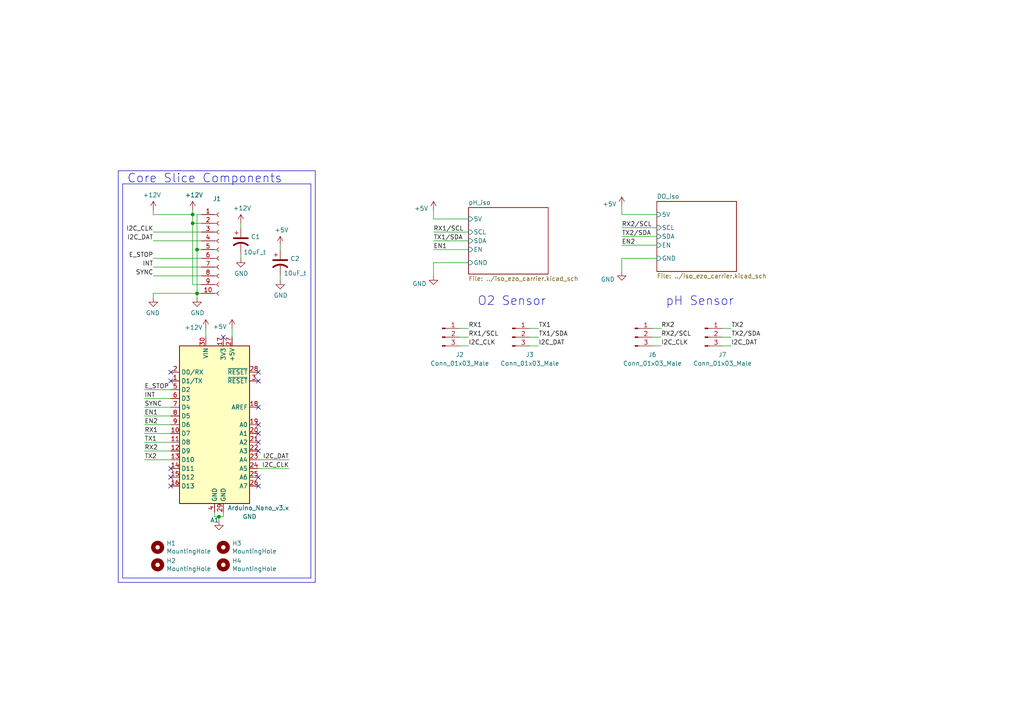
<source format=kicad_sch>
(kicad_sch (version 20231120) (generator "eeschema") (generator_version "8.0")
  (paper "A4")
  (lib_symbols
    (symbol "BREAD_Slice-rescue:10uF_t-OCI_UPL_2_Capacitors" (pin_numbers hide) (pin_names (offset 0.254) hide)
      (property "Reference" "C" (at 0.635 2.54 0))
      (property "Value" "10uF_t-OCI_UPL_2_Capacitors" (at 0.635 -2.54 0))
      (symbol "10uF_t-OCI_UPL_2_Capacitors_0_1"
        (polyline (pts (xy -2.032 0.762) (xy 2.032 0.762)) (stroke (width 0.508)))
        (polyline (pts (xy -1.778 2.286) (xy -0.762 2.286)))
        (polyline (pts (xy -1.27 1.778) (xy -1.27 2.794)))
        (arc (start 2.032 -1.27) (mid 0 -0.5572) (end -2.032 -1.27) (stroke (width 0.508)))
      )
      (symbol "10uF_t-OCI_UPL_2_Capacitors_1_1"
        (pin passive line (at 0 3.81 270) (length 2.794) (name "~") (number "1"))
        (pin passive line (at 0 -3.81 90) (length 3.302) (name "~") (number "2"))
      )
    )
    (symbol "Connector:Conn_01x03_Male" (pin_names (offset 1.016) hide)
      (property "Reference" "J" (at 0 5.08 0))
      (property "Value" "Conn_01x03_Male" (at 0 -5.08 0))
      (symbol "Conn_01x03_Male_1_1"
        (polyline (pts (xy 1.27 -2.54) (xy 0.8636 -2.54)) (stroke (width 0.1524)))
        (polyline (pts (xy 1.27 0) (xy 0.8636 0)) (stroke (width 0.1524)))
        (polyline (pts (xy 1.27 2.54) (xy 0.8636 2.54)) (stroke (width 0.1524)))
        (rectangle (start 0.8636 -2.413) (end 0 -2.667) (stroke (width 0.1524)) (fill (type outline)))
        (rectangle (start 0.8636 0.127) (end 0 -0.127) (stroke (width 0.1524)) (fill (type outline)))
        (rectangle (start 0.8636 2.667) (end 0 2.413) (stroke (width 0.1524)) (fill (type outline)))
        (pin passive line (at 5.08 2.54 180) (length 3.81) (name "Pin_1") (number "1"))
        (pin passive line (at 5.08 0 180) (length 3.81) (name "Pin_2") (number "2"))
        (pin passive line (at 5.08 -2.54 180) (length 3.81) (name "Pin_3") (number "3"))
      )
    )
    (symbol "Connector:Conn_01x10_Female" (pin_names (offset 1.016) hide)
      (property "Reference" "J" (at 0 12.7 0))
      (property "Value" "Conn_01x10_Female" (at 0 -15.24 0))
      (symbol "Conn_01x10_Female_1_1"
        (arc (start 0 -12.192) (mid -0.5058 -12.7) (end 0 -13.208) (stroke (width 0.1524)))
        (arc (start 0 -9.652) (mid -0.5058 -10.16) (end 0 -10.668) (stroke (width 0.1524)))
        (arc (start 0 -7.112) (mid -0.5058 -7.62) (end 0 -8.128) (stroke (width 0.1524)))
        (arc (start 0 -4.572) (mid -0.5058 -5.08) (end 0 -5.588) (stroke (width 0.1524)))
        (arc (start 0 -2.032) (mid -0.5058 -2.54) (end 0 -3.048) (stroke (width 0.1524)))
        (polyline (pts (xy -1.27 -12.7) (xy -0.508 -12.7)) (stroke (width 0.1524)))
        (polyline (pts (xy -1.27 -10.16) (xy -0.508 -10.16)) (stroke (width 0.1524)))
        (polyline (pts (xy -1.27 -7.62) (xy -0.508 -7.62)) (stroke (width 0.1524)))
        (polyline (pts (xy -1.27 -5.08) (xy -0.508 -5.08)) (stroke (width 0.1524)))
        (polyline (pts (xy -1.27 -2.54) (xy -0.508 -2.54)) (stroke (width 0.1524)))
        (polyline (pts (xy -1.27 0) (xy -0.508 0)) (stroke (width 0.1524)))
        (polyline (pts (xy -1.27 2.54) (xy -0.508 2.54)) (stroke (width 0.1524)))
        (polyline (pts (xy -1.27 5.08) (xy -0.508 5.08)) (stroke (width 0.1524)))
        (polyline (pts (xy -1.27 7.62) (xy -0.508 7.62)) (stroke (width 0.1524)))
        (polyline (pts (xy -1.27 10.16) (xy -0.508 10.16)) (stroke (width 0.1524)))
        (arc (start 0 0.508) (mid -0.5058 0) (end 0 -0.508) (stroke (width 0.1524)))
        (arc (start 0 3.048) (mid -0.5058 2.54) (end 0 2.032) (stroke (width 0.1524)))
        (arc (start 0 5.588) (mid -0.5058 5.08) (end 0 4.572) (stroke (width 0.1524)))
        (arc (start 0 8.128) (mid -0.5058 7.62) (end 0 7.112) (stroke (width 0.1524)))
        (arc (start 0 10.668) (mid -0.5058 10.16) (end 0 9.652) (stroke (width 0.1524)))
        (pin passive line (at -5.08 10.16 0) (length 3.81) (name "Pin_1") (number "1"))
        (pin passive line (at -5.08 -12.7 0) (length 3.81) (name "Pin_10") (number "10"))
        (pin passive line (at -5.08 7.62 0) (length 3.81) (name "Pin_2") (number "2"))
        (pin passive line (at -5.08 5.08 0) (length 3.81) (name "Pin_3") (number "3"))
        (pin passive line (at -5.08 2.54 0) (length 3.81) (name "Pin_4") (number "4"))
        (pin passive line (at -5.08 0 0) (length 3.81) (name "Pin_5") (number "5"))
        (pin passive line (at -5.08 -2.54 0) (length 3.81) (name "Pin_6") (number "6"))
        (pin passive line (at -5.08 -5.08 0) (length 3.81) (name "Pin_7") (number "7"))
        (pin passive line (at -5.08 -7.62 0) (length 3.81) (name "Pin_8") (number "8"))
        (pin passive line (at -5.08 -10.16 0) (length 3.81) (name "Pin_9") (number "9"))
      )
    )
    (symbol "MCU_Module:Arduino_Nano_v3.x"
      (property "Reference" "A" (at -10.16 23.495 0))
      (property "Value" "Arduino_Nano_v3.x" (at 5.08 -24.13 0))
      (symbol "Arduino_Nano_v3.x_0_1"
        (rectangle (start -10.16 22.86) (end 10.16 -22.86) (stroke (width 0.254)) (fill (type background)))
      )
      (symbol "Arduino_Nano_v3.x_1_1"
        (pin bidirectional line (at -12.7 12.7 0) (length 2.54) (name "D1/TX") (number "1"))
        (pin bidirectional line (at -12.7 -2.54 0) (length 2.54) (name "D7") (number "10"))
        (pin bidirectional line (at -12.7 -5.08 0) (length 2.54) (name "D8") (number "11"))
        (pin bidirectional line (at -12.7 -7.62 0) (length 2.54) (name "D9") (number "12"))
        (pin bidirectional line (at -12.7 -10.16 0) (length 2.54) (name "D10") (number "13"))
        (pin bidirectional line (at -12.7 -12.7 0) (length 2.54) (name "D11") (number "14"))
        (pin bidirectional line (at -12.7 -15.24 0) (length 2.54) (name "D12") (number "15"))
        (pin bidirectional line (at -12.7 -17.78 0) (length 2.54) (name "D13") (number "16"))
        (pin power_out line (at 2.54 25.4 270) (length 2.54) (name "3V3") (number "17"))
        (pin input line (at 12.7 5.08 180) (length 2.54) (name "AREF") (number "18"))
        (pin bidirectional line (at 12.7 0 180) (length 2.54) (name "A0") (number "19"))
        (pin bidirectional line (at -12.7 15.24 0) (length 2.54) (name "D0/RX") (number "2"))
        (pin bidirectional line (at 12.7 -2.54 180) (length 2.54) (name "A1") (number "20"))
        (pin bidirectional line (at 12.7 -5.08 180) (length 2.54) (name "A2") (number "21"))
        (pin bidirectional line (at 12.7 -7.62 180) (length 2.54) (name "A3") (number "22"))
        (pin bidirectional line (at 12.7 -10.16 180) (length 2.54) (name "A4") (number "23"))
        (pin bidirectional line (at 12.7 -12.7 180) (length 2.54) (name "A5") (number "24"))
        (pin bidirectional line (at 12.7 -15.24 180) (length 2.54) (name "A6") (number "25"))
        (pin bidirectional line (at 12.7 -17.78 180) (length 2.54) (name "A7") (number "26"))
        (pin power_out line (at 5.08 25.4 270) (length 2.54) (name "+5V") (number "27"))
        (pin input line (at 12.7 15.24 180) (length 2.54) (name "~{RESET}") (number "28"))
        (pin power_in line (at 2.54 -25.4 90) (length 2.54) (name "GND") (number "29"))
        (pin input line (at 12.7 12.7 180) (length 2.54) (name "~{RESET}") (number "3"))
        (pin power_in line (at -2.54 25.4 270) (length 2.54) (name "VIN") (number "30"))
        (pin power_in line (at 0 -25.4 90) (length 2.54) (name "GND") (number "4"))
        (pin bidirectional line (at -12.7 10.16 0) (length 2.54) (name "D2") (number "5"))
        (pin bidirectional line (at -12.7 7.62 0) (length 2.54) (name "D3") (number "6"))
        (pin bidirectional line (at -12.7 5.08 0) (length 2.54) (name "D4") (number "7"))
        (pin bidirectional line (at -12.7 2.54 0) (length 2.54) (name "D5") (number "8"))
        (pin bidirectional line (at -12.7 0 0) (length 2.54) (name "D6") (number "9"))
      )
    )
    (symbol "Mechanical:MountingHole" (pin_names (offset 1.016))
      (property "Reference" "H" (at 0 5.08 0))
      (property "Value" "MountingHole" (at 0 3.175 0))
      (symbol "MountingHole_0_1"
        (circle (center 0 0) (radius 1.27) (stroke (width 1.27)))
      )
    )
    (symbol "power:+12V" (power) (pin_names (offset 0))
      (property "Value" "+12V" (at 0 3.556 0))
      (symbol "+12V_0_1"
        (polyline (pts (xy -0.762 1.27) (xy 0 2.54)))
        (polyline (pts (xy 0 0) (xy 0 2.54)))
        (polyline (pts (xy 0 2.54) (xy 0.762 1.27)))
      )
      (symbol "+12V_1_1"
        (pin power_in line (at 0 0 90) (length 0) hide (name "+12V") (number "1"))
      )
    )
    (symbol "power:+5V" (power) (pin_names (offset 0))
      (property "Value" "+5V" (at 0 3.556 0))
      (symbol "+5V_0_1"
        (polyline (pts (xy -0.762 1.27) (xy 0 2.54)))
        (polyline (pts (xy 0 0) (xy 0 2.54)))
        (polyline (pts (xy 0 2.54) (xy 0.762 1.27)))
      )
      (symbol "+5V_1_1"
        (pin power_in line (at 0 0 90) (length 0) hide (name "+5V") (number "1"))
      )
    )
    (symbol "power:GND" (power) (pin_names (offset 0))
      (property "Value" "GND" (at 0 -3.81 0))
      (symbol "GND_0_1"
        (polyline (pts (xy 0 0) (xy 0 -1.27) (xy 1.27 -1.27) (xy 0 -2.54) (xy -1.27 -1.27) (xy 0 -1.27)))
      )
      (symbol "GND_1_1"
        (pin power_in line (at 0 0 270) (length 0) hide (name "GND") (number "1"))
      )
    )
  )
  (junction (at 55.88 62.23))
  (junction (at 57.15 85.09))
  (junction (at 63.5 149.86))
  (junction (at 55.88 64.77))
  (junction (at 57.15 72.39))
  (no_connect (at 64.77 97.79))
  (no_connect (at 49.53 138.43))
  (no_connect (at 74.93 125.73))
  (no_connect (at 74.93 128.27))
  (no_connect (at 74.93 130.81))
  (no_connect (at 74.93 123.19))
  (no_connect (at 49.53 140.97))
  (no_connect (at 74.93 138.43))
  (no_connect (at 74.93 107.95))
  (no_connect (at 74.93 110.49))
  (no_connect (at 49.53 107.95))
  (no_connect (at 49.53 110.49))
  (no_connect (at 74.93 140.97))
  (no_connect (at 74.93 118.11))
  (no_connect (at 49.53 135.89))
  (polyline (pts (xy 35.56 53.34) (xy 35.56 167.64)))
  (wire (pts (xy 41.91 125.73) (xy 49.53 125.73)))
  (wire (pts (xy 69.85 66.04) (xy 69.85 64.77)))
  (wire (pts (xy 209.55 95.25) (xy 212.09 95.25)))
  (wire (pts (xy 44.45 62.23) (xy 55.88 62.23)))
  (wire (pts (xy 153.67 95.25) (xy 156.21 95.25)))
  (wire (pts (xy 180.34 68.58) (xy 190.5 68.58)))
  (wire (pts (xy 59.69 95.25) (xy 59.69 97.79)))
  (wire (pts (xy 133.35 95.25) (xy 135.89 95.25)))
  (wire (pts (xy 49.53 113.03) (xy 41.91 113.03)))
  (wire (pts (xy 57.15 85.09) (xy 57.15 72.39)))
  (wire (pts (xy 153.67 97.79) (xy 156.21 97.79)))
  (wire (pts (xy 125.73 63.5) (xy 135.89 63.5)))
  (wire (pts (xy 180.34 62.23) (xy 190.5 62.23)))
  (wire (pts (xy 81.28 72.39) (xy 81.28 71.12)))
  (wire (pts (xy 125.73 60.96) (xy 125.73 63.5)))
  (wire (pts (xy 44.45 77.47) (xy 58.42 77.47)))
  (wire (pts (xy 62.23 149.86) (xy 63.5 149.86)))
  (wire (pts (xy 133.35 97.79) (xy 135.89 97.79)))
  (wire (pts (xy 209.55 100.33) (xy 212.09 100.33)))
  (wire (pts (xy 180.34 74.93) (xy 180.34 78.74)))
  (wire (pts (xy 74.93 135.89) (xy 83.82 135.89)))
  (wire (pts (xy 41.91 123.19) (xy 49.53 123.19)))
  (wire (pts (xy 64.77 149.86) (xy 64.77 148.59)))
  (wire (pts (xy 67.31 95.25) (xy 67.31 97.79)))
  (wire (pts (xy 63.5 149.86) (xy 64.77 149.86)))
  (wire (pts (xy 133.35 100.33) (xy 135.89 100.33)))
  (wire (pts (xy 153.67 100.33) (xy 156.21 100.33)))
  (wire (pts (xy 189.23 95.25) (xy 191.77 95.25)))
  (wire (pts (xy 58.42 72.39) (xy 57.15 72.39)))
  (wire (pts (xy 125.73 69.85) (xy 135.89 69.85)))
  (polyline (pts (xy 35.56 167.64) (xy 90.17 167.64)))
  (wire (pts (xy 180.34 74.93) (xy 190.5 74.93)))
  (wire (pts (xy 81.28 81.28) (xy 81.28 80.01)))
  (wire (pts (xy 57.15 62.23) (xy 58.42 62.23)))
  (wire (pts (xy 41.91 115.57) (xy 49.53 115.57)))
  (wire (pts (xy 41.91 130.81) (xy 49.53 130.81)))
  (wire (pts (xy 55.88 60.96) (xy 55.88 62.23)))
  (wire (pts (xy 41.91 118.11) (xy 49.53 118.11)))
  (polyline (pts (xy 90.17 53.34) (xy 35.56 53.34)))
  (wire (pts (xy 55.88 64.77) (xy 58.42 64.77)))
  (wire (pts (xy 55.88 62.23) (xy 55.88 64.77)))
  (wire (pts (xy 125.73 76.2) (xy 135.89 76.2)))
  (wire (pts (xy 44.45 67.31) (xy 58.42 67.31)))
  (wire (pts (xy 57.15 86.36) (xy 57.15 85.09)))
  (wire (pts (xy 41.91 120.65) (xy 49.53 120.65)))
  (wire (pts (xy 125.73 76.2) (xy 125.73 80.01)))
  (wire (pts (xy 209.55 97.79) (xy 212.09 97.79)))
  (wire (pts (xy 41.91 128.27) (xy 49.53 128.27)))
  (wire (pts (xy 44.45 60.96) (xy 44.45 62.23)))
  (wire (pts (xy 58.42 85.09) (xy 57.15 85.09)))
  (wire (pts (xy 55.88 82.55) (xy 55.88 64.77)))
  (polyline (pts (xy 91.44 168.91) (xy 91.44 49.53)))
  (wire (pts (xy 57.15 72.39) (xy 57.15 62.23)))
  (wire (pts (xy 189.23 97.79) (xy 191.77 97.79)))
  (wire (pts (xy 44.45 74.93) (xy 58.42 74.93)))
  (wire (pts (xy 44.45 85.09) (xy 57.15 85.09)))
  (wire (pts (xy 125.73 72.39) (xy 135.89 72.39)))
  (wire (pts (xy 180.34 59.69) (xy 180.34 62.23)))
  (wire (pts (xy 41.91 133.35) (xy 49.53 133.35)))
  (wire (pts (xy 189.23 100.33) (xy 191.77 100.33)))
  (wire (pts (xy 44.45 80.01) (xy 58.42 80.01)))
  (polyline (pts (xy 90.17 167.64) (xy 90.17 53.34)))
  (wire (pts (xy 83.82 133.35) (xy 74.93 133.35)))
  (wire (pts (xy 44.45 86.36) (xy 44.45 85.09)))
  (wire (pts (xy 63.5 149.86) (xy 63.5 151.13)))
  (polyline (pts (xy 34.29 49.53) (xy 34.29 168.91)))
  (wire (pts (xy 69.85 74.93) (xy 69.85 73.66)))
  (wire (pts (xy 58.42 82.55) (xy 55.88 82.55)))
  (wire (pts (xy 180.34 66.04) (xy 190.5 66.04)))
  (polyline (pts (xy 91.44 49.53) (xy 34.29 49.53)))
  (wire (pts (xy 62.23 148.59) (xy 62.23 149.86)))
  (wire (pts (xy 180.34 71.12) (xy 190.5 71.12)))
  (polyline (pts (xy 34.29 168.91) (xy 91.44 168.91)))
  (wire (pts (xy 125.73 67.31) (xy 135.89 67.31)))
  (wire (pts (xy 44.45 69.85) (xy 58.42 69.85)))
  (text "O2 Sensor" (at 138.43 88.9 0) (effects (font (size 2.54 2.54)) (justify left bottom)))
  (text "Core Slice Components" (at 36.83 53.34 0) (effects (font (size 2.54 2.54)) (justify left bottom)))
  (text "pH Sensor" (at 193.04 88.9 0) (effects (font (size 2.54 2.54)) (justify left bottom)))
  (label "RX2{slash}SCL" (at 191.77 97.79 0))
  (label "EN1" (at 41.91 120.65 0))
  (label "EN2" (at 180.34 71.12 0))
  (label "INT" (at 41.91 115.57 0))
  (label "I2C_CLK" (at 44.45 67.31 180))
  (label "RX2" (at 191.77 95.25 0))
  (label "I2C_DAT" (at 83.82 133.35 180))
  (label "TX1{slash}SDA" (at 125.73 69.85 0))
  (label "I2C_CLK" (at 83.82 135.89 180))
  (label "E_STOP" (at 41.91 113.03 0))
  (label "SYNC" (at 44.45 80.01 180))
  (label "EN1" (at 125.73 72.39 0))
  (label "RX1{slash}SCL" (at 125.73 67.31 0))
  (label "TX2{slash}SDA" (at 212.09 97.79 0))
  (label "I2C_DAT" (at 212.09 100.33 0))
  (label "TX2" (at 41.91 133.35 0))
  (label "TX2{slash}SDA" (at 180.34 68.58 0))
  (label "TX1" (at 156.21 95.25 0))
  (label "I2C_CLK" (at 135.89 100.33 0))
  (label "I2C_CLK" (at 191.77 100.33 0))
  (label "SYNC" (at 41.91 118.11 0))
  (label "RX2" (at 41.91 130.81 0))
  (label "I2C_DAT" (at 156.21 100.33 0))
  (label "RX1{slash}SCL" (at 135.89 97.79 0))
  (label "TX1" (at 41.91 128.27 0))
  (label "TX1{slash}SDA" (at 156.21 97.79 0))
  (label "RX2{slash}SCL" (at 180.34 66.04 0))
  (label "TX2" (at 212.09 95.25 0))
  (label "E_STOP" (at 44.45 74.93 180))
  (label "I2C_DAT" (at 44.45 69.85 180))
  (label "RX1" (at 41.91 125.73 0))
  (label "RX1" (at 135.89 95.25 0))
  (label "INT" (at 44.45 77.47 180))
  (label "EN2" (at 41.91 123.19 0))
  (symbol (lib_id "power:GND") (at 44.45 86.36 0) (mirror y) (unit 1)
    (property "Reference" "#PWR02" (effects (hide yes)))
    (property "Value" "GND" (at 44.323 90.7542 0))
  )
  (symbol (lib_id "power:GND") (at 69.85 74.93 0) (unit 1)
    (property "Reference" "#PWR09" (effects (hide yes)))
    (property "Value" "GND" (at 69.977 79.3242 0))
  )
  (symbol (lib_id "power:GND") (at 57.15 86.36 0) (unit 1)
    (property "Reference" "#PWR06" (effects (hide yes)))
    (property "Value" "GND" (at 57.277 90.7542 0))
  )
  (symbol (lib_id "power:GND") (at 81.28 81.28 0) (unit 1)
    (property "Reference" "#PWR013" (effects (hide yes)))
    (property "Value" "GND" (at 81.407 85.6742 0))
  )
  (symbol (lib_id "Mechanical:MountingHole") (at 45.72 158.75 0) (unit 1)
    (property "Reference" "H1" (at 48.26 157.5816 0) (effects (justify left)))
    (property "Value" "MountingHole" (at 48.26 159.893 0) (effects (justify left)))
    (property "Footprint" "MountingHole:MountingHole_3.2mm_M3_DIN965_Pad" (effects (hide yes)))
  )
  (symbol (lib_id "BREAD_Slice-rescue:10uF_t-OCI_UPL_2_Capacitors") (at 81.28 76.2 0) (unit 1)
    (property "Reference" "C2" (at 84.201 75.0316 0) (effects (justify left)))
    (property "Value" "10uF_t" (at 82.296 79.248 0) (effects (justify left)))
    (property "Footprint" "Extras:C_1206_3216Metric_Pad1.33x1.80mm_HandSolder" (effects (hide yes)))
    (property "Datasheet" "https://www.digikey.com/short/qcd8n7" (effects (hide yes)))
    (property "Part #" "T491C106K025AT" (effects (hide yes)))
    (property "UPL #" "2.021" (effects (hide yes)))
  )
  (symbol (lib_id "Mechanical:MountingHole") (at 64.77 158.75 0) (unit 1)
    (property "Reference" "H3" (at 67.31 157.5816 0) (effects (justify left)))
    (property "Value" "MountingHole" (at 67.31 159.893 0) (effects (justify left)))
    (property "Footprint" "MountingHole:MountingHole_3.2mm_M3_DIN965_Pad" (effects (hide yes)))
  )
  (symbol (lib_id "Connector:Conn_01x10_Female") (at 63.5 72.39 0) (unit 1)
    (property "Reference" "J1" (at 61.722 57.658 0) (effects (justify left)))
    (property "Value" "Conn_01x10_Female" (effects (hide yes)))
    (property "Footprint" "Connector_PinSocket_2.54mm:PinSocket_1x10_P2.54mm_Horizontal" (effects (hide yes)))
  )
  (symbol (lib_id "power:+5V") (at 81.28 71.12 0) (unit 1)
    (property "Reference" "#PWR012" (effects (hide yes)))
    (property "Value" "+5V" (at 81.661 66.7258 0))
  )
  (symbol (lib_id "power:+12V") (at 44.45 60.96 0) (mirror y) (unit 1)
    (property "Reference" "#PWR01" (effects (hide yes)))
    (property "Value" "+12V" (at 44.069 56.5658 0))
  )
  (symbol (lib_id "BREAD_Slice-rescue:10uF_t-OCI_UPL_2_Capacitors") (at 69.85 69.85 0) (unit 1)
    (property "Reference" "C1" (at 72.771 68.6816 0) (effects (justify left)))
    (property "Value" "10uF_t" (at 70.612 73.152 0) (effects (justify left)))
    (property "Footprint" "Extras:C_1206_3216Metric_Pad1.33x1.80mm_HandSolder" (effects (hide yes)))
    (property "Datasheet" "https://www.digikey.com/short/qcd8n7" (effects (hide yes)))
    (property "Part #" "T491C106K025AT" (effects (hide yes)))
    (property "UPL #" "2.021" (effects (hide yes)))
  )
  (symbol (lib_id "power:GND") (at 63.5 151.13 0) (unit 1)
    (property "Reference" "#PWR04" (effects (hide yes)))
    (property "Value" "GND" (at 72.39 149.86 0))
  )
  (symbol (lib_id "power:+12V") (at 69.85 64.77 0) (unit 1)
    (property "Reference" "#PWR08" (effects (hide yes)))
    (property "Value" "+12V" (at 70.231 60.3758 0))
  )
  (symbol (lib_id "power:+5V") (at 180.34 59.69 0) (unit 1)
    (property "Reference" "#PWR018" (effects (hide yes)))
    (property "Value" "+5V" (at 176.784 59.182 0))
  )
  (symbol (lib_id "power:+12V") (at 55.88 60.96 0) (unit 1)
    (property "Reference" "#PWR05" (effects (hide yes)))
    (property "Value" "+12V" (at 56.261 56.5658 0))
  )
  (symbol (lib_id "power:+5V") (at 125.73 60.96 0) (unit 1)
    (property "Reference" "#PWR016" (effects (hide yes)))
    (property "Value" "+5V" (at 122.174 60.452 0))
  )
  (symbol (lib_id "power:+5V") (at 67.31 95.25 0) (unit 1)
    (property "Reference" "#PWR07" (effects (hide yes)))
    (property "Value" "+5V" (at 63.754 94.742 0))
  )
  (symbol (lib_id "power:+12V") (at 59.69 95.25 0) (unit 1)
    (property "Reference" "#PWR03" (effects (hide yes)))
    (property "Value" "+12V" (at 56.134 94.996 0))
  )
  (symbol (lib_id "Connector:Conn_01x03_Male") (at 204.47 97.79 0) (unit 1)
    (property "Reference" "J7" (at 209.55 102.87 0))
    (property "Value" "Conn_01x03_Male" (at 209.55 105.41 0))
    (property "Footprint" "Connector_PinSocket_2.54mm:PinSocket_1x03_P2.54mm_Vertical" (effects (hide yes)))
  )
  (symbol (lib_id "power:GND") (at 180.34 78.74 0) (unit 1)
    (property "Reference" "#PWR019" (effects (hide yes)))
    (property "Value" "GND" (at 176.276 81.026 0))
  )
  (symbol (lib_id "Connector:Conn_01x03_Male") (at 128.27 97.79 0) (unit 1)
    (property "Reference" "J2" (at 133.35 102.87 0))
    (property "Value" "Conn_01x03_Male" (at 133.35 105.41 0))
    (property "Footprint" "Connector_PinSocket_2.54mm:PinSocket_1x03_P2.54mm_Vertical" (effects (hide yes)))
  )
  (symbol (lib_id "MCU_Module:Arduino_Nano_v3.x") (at 62.23 123.19 0) (unit 1)
    (property "Reference" "A1" (at 62.23 150.8506 0))
    (property "Value" "Arduino_Nano_v3.x" (at 74.93 147.32 0))
    (property "Footprint" "Module:Arduino_Nano" (effects (hide yes)))
    (property "Datasheet" "http://www.mouser.com/pdfdocs/Gravitech_Arduino_Nano3_0.pdf" (effects (hide yes)))
  )
  (symbol (lib_id "Mechanical:MountingHole") (at 64.77 163.83 0) (unit 1)
    (property "Reference" "H4" (at 67.31 162.6616 0) (effects (justify left)))
    (property "Value" "MountingHole" (at 67.31 164.973 0) (effects (justify left)))
    (property "Footprint" "MountingHole:MountingHole_3.2mm_M3_DIN965_Pad" (effects (hide yes)))
  )
  (symbol (lib_id "Connector:Conn_01x03_Male") (at 148.59 97.79 0) (unit 1)
    (property "Reference" "J3" (at 153.67 102.87 0))
    (property "Value" "Conn_01x03_Male" (at 153.67 105.41 0))
    (property "Footprint" "Connector_PinSocket_2.54mm:PinSocket_1x03_P2.54mm_Vertical" (effects (hide yes)))
  )
  (symbol (lib_id "Mechanical:MountingHole") (at 45.72 163.83 0) (unit 1)
    (property "Reference" "H2" (at 48.26 162.6616 0) (effects (justify left)))
    (property "Value" "MountingHole" (at 48.26 164.973 0) (effects (justify left)))
    (property "Footprint" "MountingHole:MountingHole_3.2mm_M3_DIN965_Pad" (effects (hide yes)))
  )
  (symbol (lib_id "power:GND") (at 125.73 80.01 0) (unit 1)
    (property "Reference" "#PWR017" (effects (hide yes)))
    (property "Value" "GND" (at 121.666 82.296 0))
  )
  (symbol (lib_id "Connector:Conn_01x03_Male") (at 184.15 97.79 0) (unit 1)
    (property "Reference" "J6" (at 189.23 102.87 0))
    (property "Value" "Conn_01x03_Male" (at 189.23 105.41 0))
    (property "Footprint" "Connector_PinSocket_2.54mm:PinSocket_1x03_P2.54mm_Vertical" (effects (hide yes)))
  )
  (sheet (at 135.89 60.198) (size 23.114 19.304) (stroke (width 0.1524))
    (property "Sheetname" "pH_iso" (at 135.89 59.4864 0) (effects (justify left bottom)))
    (property "Sheetfile" "../iso_ezo_carrier.kicad_sch" (at 135.89 80.0866 0) (effects (justify left top)))
    (pin "GND" input (at 135.89 76.2 180))
    (pin "5V" input (at 135.89 63.5 180))
    (pin "EN" input (at 135.89 72.39 180))
    (pin "SDA" input (at 135.89 69.85 180))
    (pin "SCL" input (at 135.89 67.31 180))
  )
  (sheet (at 190.5 58.42) (size 23.114 20.32) (stroke (width 0.1524))
    (property "Sheetname" "DO_iso" (at 190.5 57.7084 0) (effects (justify left bottom)))
    (property "Sheetfile" "../iso_ezo_carrier.kicad_sch" (at 190.5 79.3246 0) (effects (justify left top)))
    (pin "GND" input (at 190.5 74.93 180))
    (pin "5V" input (at 190.5 62.23 180))
    (pin "EN" input (at 190.5 71.12 180))
    (pin "SDA" input (at 190.5 68.58 180))
    (pin "SCL" input (at 190.5 66.04 180))
  )
)
</source>
